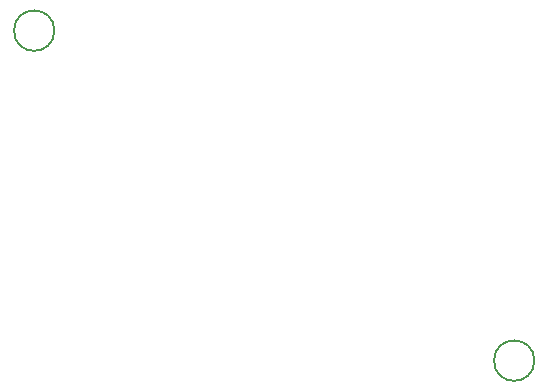
<source format=gbr>
G04 #@! TF.GenerationSoftware,KiCad,Pcbnew,(5.1.5-0)*
G04 #@! TF.CreationDate,2020-01-22T15:03:36-08:00*
G04 #@! TF.ProjectId,pcb_WslotPLAY,7063625f-5773-46c6-9f74-504c41592e6b,0*
G04 #@! TF.SameCoordinates,PX31a8670PY4fefde0*
G04 #@! TF.FileFunction,Other,ECO2*
%FSLAX46Y46*%
G04 Gerber Fmt 4.6, Leading zero omitted, Abs format (unit mm)*
G04 Created by KiCad (PCBNEW (5.1.5-0)) date 2020-01-22 15:03:36*
%MOMM*%
%LPD*%
G04 APERTURE LIST*
%ADD10C,0.150000*%
G04 APERTURE END LIST*
D10*
X48699385Y6350000D02*
G75*
G03X48699385Y6350000I-1709385J0D01*
G01*
X8059385Y34290000D02*
G75*
G03X8059385Y34290000I-1709385J0D01*
G01*
M02*

</source>
